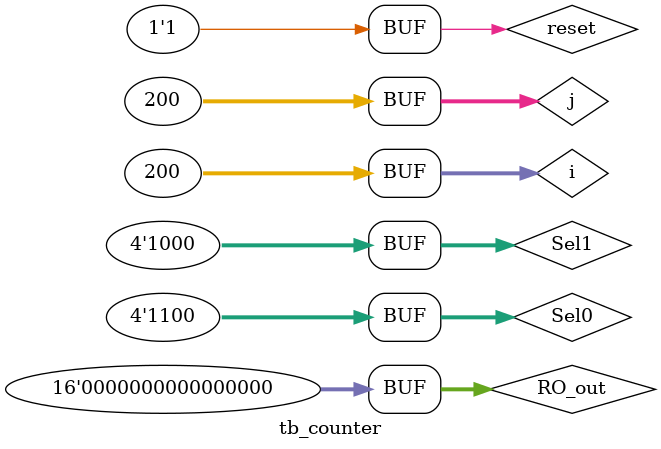
<source format=v>
module tb_counter;

wire Response;
wire [3:0] out1,out2;
reg [3:0]Sel0,Sel1;
reg [15:0]RO_out;
reg reset;
reg response;
integer i,j;
 
counter dut( .Sel0(Sel0), .Sel1(Sel1), .RO_out(RO_out), .reset(reset),.response(response),.out1(out1),.out2(out2));

 initial begin
 reset = 1;
 #5;
 reset = 0;
 RO_out = 16'b0;
 #10;
 reset = 1;
 #5;
 Sel0 = 4'b1100; 
 Sel1 = 4'b1000;
 end
 
 initial begin
 #25;
 for (i=0; i<200;i=i+1) begin
 RO_out[12] = ~RO_out[12];

 #15;
 end
 end
 
 initial begin
 #25;
 for (j=0; j<200;j=j+1) begin
 RO_out[8] = ~RO_out[8];

 #12;
 end
 end
 
 
endmodule

</source>
